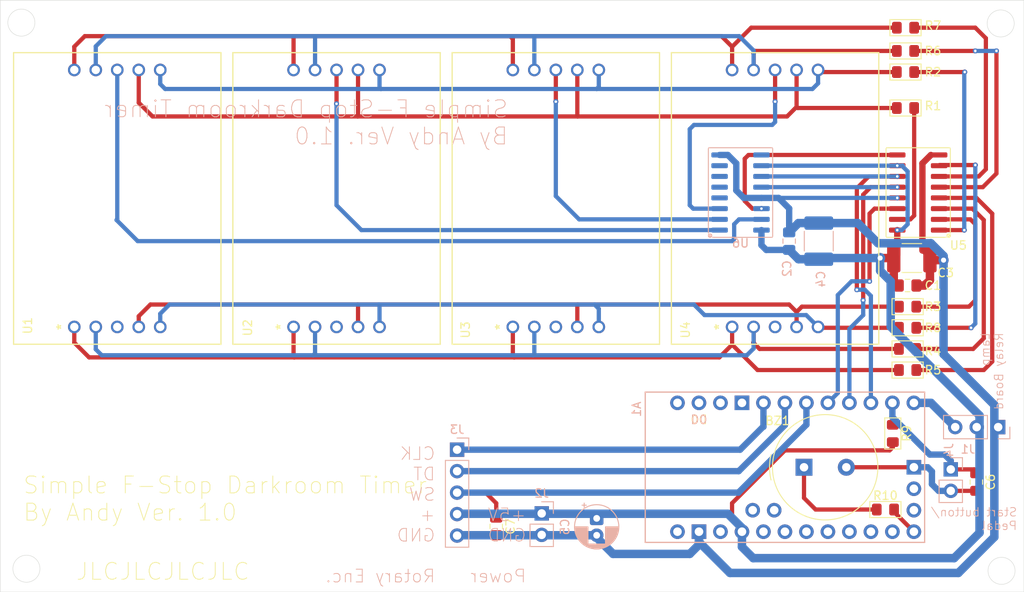
<source format=kicad_pcb>
(kicad_pcb (version 20241229) (generator "pcbnew") (generator_version "9.0")
  (layers (0 "F.Cu" signal) (2 "B.Cu" signal) (13 "F.Paste" user) (15 "B.Paste" user) (5 "F.SilkS" user "F.Silkscreen") (7 "B.SilkS" user "B.Silkscreen") (1 "F.Mask" user) (3 "B.Mask" user) (25 "Edge.Cuts" user))
  (net 0 "")
  (net 1 "Net-(U5-SER)")
  (net 3 "Net-(U5-RCLK)")
  (net 6 "GND")
  (net 17 "Net-(U5-SRCLK)")
  (net 18 "Net-(A1-D2_INT0)")
  (net 21 "Net-(A1-D3_INT1)")
  (net 23 "Net-(J1-Pin_1)")
  (net 24 "Net-(J3-SW)")
  (net 25 "+5V")
  (net 26 "Net-(U5-QA)")
  (net 27 "Net-(U1-a)")
  (net 28 "Net-(U1-b)")
  (net 29 "Net-(U5-QB)")
  (net 30 "Net-(U5-QC)")
  (net 31 "Net-(U1-c)")
  (net 32 "Net-(U5-QD)")
  (net 33 "Net-(U1-d)")
  (net 34 "Net-(U1-e)")
  (net 35 "Net-(U5-QE)")
  (net 36 "Net-(U1-f)")
  (net 37 "Net-(U5-QF)")
  (net 38 "Net-(U1-g)")
  (net 39 "Net-(U5-QG)")
  (net 40 "Net-(U5-QH)")
  (net 41 "Net-(U1-DP)")
  (net 42 "Net-(U6-QA)")
  (net 43 "Net-(U6-QB)")
  (net 44 "Net-(U6-QC)")
  (net 45 "Net-(U6-QD)")
  (net 46 "Net-(U5-QH')")
  (net 51 "Net-(BZ1--)")
  (net 53 "Net-(J4-Pin_3)")
  (net 54 "Net-(A1-D10_CS)")
  (net 60 "Net-(BZ1-+)")
  (footprint "Capacitor_SMD:C_1812_4532Metric_Pad1.57x3.40mm_HandSolder" (layer "F.Cu") (at 195.625 95.75)
    (property "Reference" "C3")
    (property "Value" "22uF")
  )
  (footprint "PCM_Package_SO_AKL:SOIC-16_3.9x9.9mm_P1.27mm" (layer "F.Cu") (at 196.375 88 180)
    (property "Reference" "U5")
    (property "Value" "74AHC595" (hide yes))
  )
  (footprint "PCM_Resistor_SMD_AKL:R_0805_2012Metric_Pad1.15x1.40mm_HandSolder" (layer "F.Cu") (at 194.875 78 180)
    (property "Reference" "R1")
    (property "Value" "330")
  )
  (footprint "footprints:SA10-21SRWA_KNB" (layer "F.Cu") (at 174.3824 103.89999 90)
    (property "Reference" "U4")
    (property "Value" "SA10-21SRWA")
  )
  (footprint "PCM_Resistor_SMD_AKL:R_0805_2012Metric_Pad1.15x1.40mm_HandSolder" (layer "F.Cu") (at 194.875 71.25 180)
    (property "Reference" "R6")
    (property "Value" "330")
  )
  (footprint "PCM_Resistor_SMD_AKL:R_0805_2012Metric_Pad1.15x1.40mm_HandSolder" (layer "F.Cu") (at 194.875 73.75 180)
    (property "Reference" "R2")
    (property "Value" "330")
  )
  (footprint "Buzzer_Beeper:Buzzer_TDK_PS1240P02BT_D12.2mm_H6.5mm" (layer "F.Cu") (at 182.879216 120.5)
    (property "Reference" "BZ1")
    (property "Value" "Buzzer")
  )
  (footprint "footprints:SA10-21SRWA_KNB" (layer "F.Cu") (at 148.465 103.89999 90)
    (property "Reference" "U3")
    (property "Value" "SA10-21SRWA")
  )
  (footprint "footprints:SA10-21SRWA_KNB" (layer "F.Cu") (at 96.6302 103.89999 90)
    (property "Reference" "U1")
    (property "Value" "SA10-21SRWA")
  )
  (footprint "footprints:SA10-21SRWA_KNB" (layer "F.Cu") (at 122.5476 103.89999 90)
    (property "Reference" "U2")
    (property "Value" "SA10-21SRWA")
  )
  (footprint "PCM_Resistor_SMD_AKL:R_0805_2012Metric_Pad1.15x1.40mm_HandSolder" (layer "F.Cu") (at 195.125 104 180)
    (property "Reference" "R8")
    (property "Value" "660")
  )
  (footprint "PCM_Resistor_SMD_AKL:R_0805_2012Metric_Pad1.15x1.40mm_HandSolder" (layer "F.Cu") (at 194.875 68.5 180)
    (property "Reference" "R7")
    (property "Value" "330")
  )
  (footprint "Capacitor_SMD:C_0805_2012Metric_Pad1.18x1.45mm_HandSolder" (layer "F.Cu") (at 203.25 122.25 -90)
    (property "Reference" "C6")
    (property "Value" "100nF")
  )
  (footprint "PCM_Resistor_SMD_AKL:R_0805_2012Metric_Pad1.15x1.40mm_HandSolder" (layer "F.Cu") (at 192.5 125.5)
    (property "Reference" "R10")
    (property "Value" "100")
  )
  (footprint "PCM_Resistor_SMD_AKL:R_0805_2012Metric_Pad1.15x1.40mm_HandSolder" (layer "F.Cu") (at 195.125 101.5 180)
    (property "Reference" "R3")
    (property "Value" "330")
  )
  (footprint "PCM_Resistor_SMD_AKL:R_0805_2012Metric_Pad1.15x1.40mm_HandSolder" (layer "F.Cu") (at 195.125 106.5 180)
    (property "Reference" "R4")
    (property "Value" "330")
  )
  (footprint "Capacitor_SMD:C_0805_2012Metric_Pad1.18x1.45mm_HandSolder" (layer "F.Cu") (at 195.125 99)
    (property "Reference" "C1")
    (property "Value" "100nF")
  )
  (footprint "PCM_Resistor_SMD_AKL:R_0805_2012Metric_Pad1.15x1.40mm_HandSolder" (layer "F.Cu") (at 193.375 116.5 -90)
    (property "Reference" "R9")
    (property "Value" "5K1")
  )
  (footprint "PCM_Resistor_SMD_AKL:R_0805_2012Metric_Pad1.15x1.40mm_HandSolder" (layer "F.Cu") (at 195.125 109 180)
    (property "Reference" "R5")
    (property "Value" "330")
  )
  (footprint "Capacitor_SMD:C_0805_2012Metric_Pad1.18x1.45mm_HandSolder" (layer "F.Cu") (at 146.5 127.5 -90)
    (property "Reference" "C7")
    (property "Value" "100nF")
  )
  (footprint "Connector_PinHeader_2.54mm:PinHeader_1x05_P2.54mm_Vertical" (layer "B.Cu") (at 141.875 118.42 180)
    (property "Reference" "J3")
    (property "Value" "Rotary Enc.")
  )
  (footprint "Connector_PinHeader_2.54mm:PinHeader_1x02_P2.54mm_Vertical" (layer "B.Cu") (at 151.875 125.96 180)
    (property "Reference" "J2")
    (property "Value" "Power")
  )
  (footprint "Connector_PinHeader_2.54mm:PinHeader_1x02_P2.54mm_Vertical" (layer "B.Cu") (at 200.225 120.75 180)
    (property "Reference" "J1")
    (property "Value" "Start Button")
  )
  (footprint "PCM_Package_SO_AKL:SOIC-16_3.9x9.9mm_P1.27mm" (layer "B.Cu") (at 175.375 88)
    (property "Reference" "U6")
    (property "Value" "74AHC595" (hide yes))
  )
  (footprint "Capacitor_SMD:C_0805_2012Metric_Pad1.18x1.45mm_HandSolder" (layer "B.Cu") (at 181.125 93.75 90)
    (property "Reference" "C2")
    (property "Value" "100nF")
  )
  (footprint "Connector_PinHeader_2.54mm:PinHeader_1x03_P2.54mm_Vertical" (layer "B.Cu") (at 205.83 115.75 90)
    (property "Reference" "J4")
    (property "Value" "LampRelayBoard")
  )
  (footprint "Capacitor_THT:CP_Radial_D5.0mm_P2.00mm" (layer "B.Cu") (at 158.375 126.544888 -90)
    (property "Reference" "C5")
    (property "Value" "100uF")
  )
  (footprint "PCM_arduino-library:Clone_Pro_Mini_Socket_NoSPH" (layer "B.Cu") (at 180.625 120.5 -90)
    (property "Reference" "A1")
    (property "Value" "Arduino_Pro_Mini")
  )
  (footprint "Capacitor_SMD:C_1812_4532Metric_Pad1.57x3.40mm_HandSolder" (layer "B.Cu") (at 184.625 93.75 90)
    (property "Reference" "C4")
    (property "Value" "22uF")
  )
  (gr_rect (start 87.875 65.25) (end 208.875 135.25) (stroke (width 0.05)) (fill no) (layer "Edge.Cuts"))
  (gr_circle (center 90.375 67.9) (end 91.975 67.9) (stroke (width 0.05)) (fill no) (layer "Edge.Cuts"))
  (gr_circle (center 206.125 68) (end 207.725 68) (stroke (width 0.05)) (fill no) (layer "Edge.Cuts"))
  (gr_circle (center 90.975 132.5) (end 92.575 132.5) (stroke (width 0.05)) (fill no) (layer "Edge.Cuts"))
  (gr_circle (center 206.225 132.75) (end 207.825 132.75) (stroke (width 0.05)) (fill no) (layer "Edge.Cuts"))
  (gr_text "Simple F-Stop Darkroom Timer\nBy Andy Ver. 1.0" (at 90.5 127 0) (layer "F.SilkS") (effects (font (size 2 2) (thickness 0.1)) (justify left bottom)))
  (gr_text "JLCJLCJLCJLC" (at 96.75 134 0) (layer "F.SilkS") (effects (font (size 2 2) (thickness 0.1)) (justify left bottom)))
  (gr_text "Lamp\nRelay Board" (at 206.5 104.5 90) (layer "B.SilkS") (effects (font (size 1 1) (thickness 0.1)) (justify left bottom mirror)))
  (gr_text "CLK\nDT\nSW\n+\nGND\n\nRotary Enc." (at 139.375 134.25 0) (layer "B.SilkS") (effects (font (size 1.5 1.5) (thickness 0.1)) (justify left bottom mirror)))
  (gr_text "+5V\nGND\n\nPower" (at 150.125 134.25 0) (layer "B.SilkS") (effects (font (size 1.5 1.5) (thickness 0.1)) (justify left bottom mirror)))
  (gr_text "Simple F-Stop Darkroom Timer\nBy Andy Ver. 1.0" (at 148 82.5 -0) (layer "B.SilkS") (effects (font (size 2 2) (thickness 0.1)) (justify left bottom mirror)))
  (gr_text "Start button/\nPedal" (at 208.125 128 0) (layer "B.SilkS") (effects (font (size 1 1) (thickness 0.1)) (justify left bottom mirror)))
  (segment (start 190.625 90.5) (end 191.22 89.905) (width 0.5) (layer "F.Cu") (net 1))
  (segment (start 190.625 98.5) (end 190.625 90.5) (width 0.5) (layer "F.Cu") (net 1))
  (segment (start 191.22 89.905) (end 193.9 89.905) (width 0.5) (layer "F.Cu") (net 1))
  (via (at 190.625 98.5) (size 0.6) (drill 0.3) (layers "F.Cu" "B.Cu") (net 1))
  (segment (start 186.875 100.125) (end 186.875 111.71) (width 0.5) (layer "B.Cu") (net 1))
  (segment (start 190.625 98.5) (end 188.5 98.5) (width 0.5) (layer "B.Cu") (net 1))
  (segment (start 188.5 98.5) (end 186.875 100.125) (width 0.5) (layer "B.Cu") (net 1))
  (segment (start 186.875 111.71) (end 185.705 112.88) (width 0.5) (layer "B.Cu") (net 1))
  (segment (start 189.865064 100.75) (end 189.875 100.740064) (width 0.5) (layer "F.Cu") (net 3))
  (segment (start 189.875 100.740064) (end 189.875 88.25) (width 0.5) (layer "F.Cu") (net 3))
  (segment (start 189.875 88.25) (end 190.76 87.365) (width 0.5) (layer "F.Cu") (net 3))
  (segment (start 190.76 87.365) (end 193.9 87.365) (width 0.5) (layer "F.Cu") (net 3))
  (via (at 193.9 87.365) (size 0.6) (drill 0.3) (layers "F.Cu" "B.Cu") (net 3))
  (via (at 189.865064 100.75) (size 0.6) (drill 0.3) (layers "F.Cu" "B.Cu") (net 3))
  (segment (start 189.875 102.5) (end 188.245 104.13) (width 0.5) (layer "B.Cu") (net 3))
  (segment (start 189.875 100.759936) (end 189.875 102.5) (width 0.5) (layer "B.Cu") (net 3))
  (segment (start 177.85 87.365) (end 193.9 87.365) (width 0.5) (layer "B.Cu") (net 3))
  (segment (start 189.865064 100.75) (end 189.875 100.759936) (width 0.5) (layer "B.Cu") (net 3))
  (segment (start 188.245 104.13) (end 188.245 112.88) (width 0.5) (layer "B.Cu") (net 3))
  (segment (start 196.875 94.8625) (end 197.7625 95.75) (width 0.5) (layer "F.Cu") (net 6))
  (segment (start 141.955 128.5) (end 141.875 128.58) (width 0.5) (layer "F.Cu") (net 6))
  (segment (start 197.7625 98.3875) (end 197.7625 95.75) (width 1) (layer "F.Cu") (net 6))
  (segment (start 199.375 96) (end 198.0125 96) (width 1) (layer "F.Cu") (net 6))
  (segment (start 197.125 99) (end 197.375 98.75) (width 1) (layer "F.Cu") (net 6))
  (segment (start 197.4 98.75) (end 197.7625 98.3875) (width 1) (layer "F.Cu") (net 6))
  (segment (start 146.5 128.5375) (end 146.4625 128.5) (width 0.5) (layer "F.Cu") (net 6))
  (segment (start 198.85 83.555) (end 197.875001 83.555) (width 0.5) (layer "F.Cu") (net 6))
  (segment (start 197.375 98.75) (end 197.4 98.75) (width 1) (layer "F.Cu") (net 6))
  (segment (start 196.1625 99) (end 197.125 99) (width 1) (layer "F.Cu") (net 6))
  (segment (start 146.4625 128.5) (end 141.955 128.5) (width 0.5) (layer "F.Cu") (net 6))
  (segment (start 198.0125 96) (end 197.7625 95.75) (width 1) (layer "F.Cu") (net 6))
  (segment (start 196.875 84.555001) (end 196.875 94.8625) (width 0.75) (layer "F.Cu") (net 6))
  (segment (start 197.875001 83.555) (end 196.875 84.555001) (width 0.75) (layer "F.Cu") (net 6))
  (via (at 199.375 96) (size 1.2) (drill 0.6) (layers "F.Cu" "B.Cu") (net 6))
  (via (at 193.9 88.635) (size 0.6) (drill 0.3) (layers "F.Cu" "B.Cu") (net 6))
  (segment (start 174.875 87.75) (end 174.875 84.555001) (width 0.75) (layer "B.Cu") (net 6))
  (segment (start 189.2375 91.6125) (end 184.625 91.6125) (width 1) (layer "B.Cu") (net 6))
  (segment (start 201.125 133) (end 205.375 128.75) (width 1) (layer "B.Cu") (net 6))
  (segment (start 174.875 84.555001) (end 173.874999 83.555) (width 0.75) (layer "B.Cu") (net 6))
  (segment (start 205.375 128.75) (end 205.375 113.125) (width 1) (layer "B.Cu") (net 6))
  (segment (start 175.76 88.635) (end 174.875 87.75) (width 0.75) (layer "B.Cu") (net 6))
  (segment (start 199.375 107.125) (end 199.375 96) (width 1) (layer "B.Cu") (net 6))
  (segment (start 177.85 88.635) (end 175.76 88.635) (width 0.75) (layer "B.Cu") (net 6))
  (segment (start 179.875 88.635) (end 181.125 89.885) (width 0.75) (layer "B.Cu") (net 6))
  (segment (start 170.465 128.12) (end 170.465 129.34) (width 1) (layer "B.Cu") (net 6))
  (segment (start 174.125 133) (end 201.125 133) (width 1) (layer "B.Cu") (net 6))
  (segment (start 141.915 128.54) (end 158.1 128.54) (width 1) (layer "B.Cu") (net 6))
  (segment (start 184.625 91.6125) (end 182.225 91.6125) (width 1) (layer "B.Cu") (net 6))
  (segment (start 158.1 128.54) (end 160.31 130.75) (width 1) (layer "B.Cu") (net 6))
  (segment (start 205.375 113.125) (end 199.375 107.125) (width 1) (layer "B.Cu") (net 6))
  (segment (start 197.875 94) (end 191.625 94) (width 1) (layer "B.Cu") (net 6))
  (segment (start 182.225 91.6125) (end 181.125 92.7125) (width 1) (layer "B.Cu") (net 6))
  (segment (start 181.125 89.885) (end 181.125 92.7125) (width 0.75) (layer "B.Cu") (net 6))
  (segment (start 191.625 94) (end 189.2375 91.6125) (width 1) (layer "B.Cu") (net 6))
  (segment (start 170.465 129.34) (end 174.125 133) (width 1) (layer "B.Cu") (net 6))
  (segment (start 199.375 96) (end 199.375 95.5) (width 1) (layer "B.Cu") (net 6))
  (segment (start 199.375 95.5) (end 197.875 94) (width 1) (layer "B.Cu") (net 6))
  (segment (start 173.874999 83.555) (end 172.9 83.555) (width 0.75) (layer "B.Cu") (net 6))
  (segment (start 170.465 129.66) (end 170.465 128.12) (width 1) (layer "B.Cu") (net 6))
  (segment (start 160.31 130.75) (end 169.375 130.75) (width 1) (layer "B.Cu") (net 6))
  (segment (start 169.375 130.75) (end 170.465 129.66) (width 1) (layer "B.Cu") (net 6))
  (segment (start 179.875 88.635) (end 177.85 88.635) (width 0.75) (layer "B.Cu") (net 6))
  (segment (start 193.9 88.635) (end 179.875 88.635) (width 0.5) (layer "B.Cu") (net 6))
  (segment (start 189.125 99.5) (end 189.125 87.5) (width 0.5) (layer "F.Cu") (net 17))
  (segment (start 189.125 87.5) (end 190.53 86.095) (width 0.5) (layer "F.Cu") (net 17))
  (segment (start 190.53 86.095) (end 193.9 86.095) (width 0.5) (layer "F.Cu") (net 17))
  (via (at 193.9 86.095) (size 0.6) (drill 0.3) (layers "F.Cu" "B.Cu") (net 17))
  (via (at 189.125 99.5) (size 0.6) (drill 0.3) (layers "F.Cu" "B.Cu") (net 17))
  (segment (start 189.125 99.5) (end 190.0625 99.5) (width 0.5) (layer "B.Cu") (net 17))
  (segment (start 193.9 86.095) (end 177.85 86.095) (width 0.5) (layer "B.Cu") (net 17))
  (segment (start 190.785 100.2225) (end 190.785 112.88) (width 0.5) (layer "B.Cu") (net 17))
  (segment (start 190.0625 99.5) (end 190.785 100.2225) (width 0.5) (layer "B.Cu") (net 17))
  (segment (start 175.33 118.42) (end 178.0625 115.6875) (width 0.75) (layer "B.Cu") (net 18))
  (segment (start 178.085 115.71) (end 178.085 112.88) (width 0.75) (layer "B.Cu") (net 18))
  (segment (start 178.0625 115.6875) (end 178.085 115.71) (width 0.75) (layer "B.Cu") (net 18))
  (segment (start 141.875 118.42) (end 175.33 118.42) (width 0.75) (layer "B.Cu") (net 18))
  (segment (start 141.875 120.96) (end 175.165 120.96) (width 0.75) (layer "B.Cu") (net 21))
  (segment (start 180.625 115.5) (end 180.625 112.88) (width 0.75) (layer "B.Cu") (net 21))
  (segment (start 175.165 120.96) (end 180.625 115.5) (width 0.75) (layer "B.Cu") (net 21))
  (segment (start 193.325 115.425) (end 193.375 115.475) (width 0.5) (layer "F.Cu") (net 23))
  (segment (start 203 120.75) (end 200.225 120.75) (width 0.5) (layer "F.Cu") (net 23))
  (segment (start 203.25 121.2125) (end 203.25 121) (width 0.5) (layer "F.Cu") (net 23))
  (segment (start 203.25 121) (end 203 120.75) (width 0.5) (layer "F.Cu") (net 23))
  (segment (start 193.325 112.88) (end 193.325 115.425) (width 0.5) (layer "F.Cu") (net 23))
  (segment (start 199.5 119) (end 197.75 119) (width 0.75) (layer "B.Cu") (net 23))
  (segment (start 200.225 120.75) (end 200.225 119.725) (width 0.75) (layer "B.Cu") (net 23))
  (segment (start 193.325 114.575) (end 193.325 112.88) (width 0.75) (layer "B.Cu") (net 23))
  (segment (start 197.75 119) (end 193.325 114.575) (width 0.75) (layer "B.Cu") (net 23))
  (segment (start 200.225 119.725) (end 199.5 119) (width 0.75) (layer "B.Cu") (net 23))
  (segment (start 146.5 124.75) (end 145.25 123.5) (width 0.5) (layer "F.Cu") (net 24))
  (segment (start 146.5 126.2125) (end 146.5 124.75) (width 0.5) (layer "F.Cu") (net 24))
  (segment (start 145.25 123.5) (end 141.875 123.5) (width 0.5) (layer "F.Cu") (net 24))
  (segment (start 183.165 115.46) (end 183.165 112.88) (width 0.75) (layer "B.Cu") (net 24))
  (segment (start 141.875 123.5) (end 175.125 123.5) (width 0.75) (layer "B.Cu") (net 24))
  (segment (start 175.125 123.5) (end 183.165 115.46) (width 0.75) (layer "B.Cu") (net 24))
  (segment (start 191.875 95.75) (end 193.4875 95.75) (width 1) (layer "F.Cu") (net 25))
  (segment (start 193.375 117.525) (end 193.375 118.125) (width 0.5) (layer "F.Cu") (net 25))
  (segment (start 193.4875 98.6125) (end 193.4875 95.75) (width 1) (layer "F.Cu") (net 25))
  (segment (start 193.9 92.445) (end 193.9 95.3375) (width 0.75) (layer "F.Cu") (net 25))
  (segment (start 193 118.5) (end 180.625 118.5) (width 0.5) (layer "F.Cu") (net 25))
  (segment (start 175.545 127.67) (end 175.545 128.12) (width 0.5) (layer "F.Cu") (net 25))
  (segment (start 174.375 126.5) (end 175.545 127.67) (width 0.5) (layer "F.Cu") (net 25))
  (segment (start 180.625 118.5) (end 174.375 124.75) (width 0.5) (layer "F.Cu") (net 25))
  (segment (start 193.875 99) (end 193.4875 98.6125) (width 1) (layer "F.Cu") (net 25))
  (segment (start 194.0875 99) (end 193.875 99) (width 1) (layer "F.Cu") (net 25))
  (segment (start 193.9 95.3375) (end 193.4875 95.75) (width 0.5) (layer "F.Cu") (net 25))
  (segment (start 174.375 124.75) (end 174.375 126.5) (width 0.5) (layer "F.Cu") (net 25))
  (segment (start 193.375 118.125) (end 193 118.5) (width 0.5) (layer "F.Cu") (net 25))
  (via (at 191.875 95.75) (size 1.2) (drill 0.6) (layers "F.Cu" "B.Cu") (net 25))
  (via (at 193.9 84.825) (size 0.6) (drill 0.3) (layers "F.Cu" "B.Cu") (net 25))
  (via (at 193.9 92.445) (size 0.6) (drill 0.3) (layers "F.Cu" "B.Cu") (net 25))
  (segment (start 175.545 129.92) (end 176.875 131.25) (width 1) (layer "B.Cu") (net 25))
  (segment (start 158.1 126) (end 141.915 126) (width 1) (layer "B.Cu") (net 25))
  (segment (start 195.125 91.75) (end 194.43 92.445) (width 0.5) (layer "B.Cu") (net 25))
  (segment (start 177.85 94.225) (end 178.4125 94.7875) (width 0.75) (layer "B.Cu") (net 25))
  (segment (start 194.55 84.825) (end 194.5 84.875) (width 0.5) (layer "B.Cu") (net 25))
  (segment (start 184.625 95.8875) (end 182.225 95.8875) (width 1) (layer "B.Cu") (net 25))
  (segment (start 193.9 84.825) (end 194.55 84.825) (width 0.5) (layer "B.Cu") (net 25))
  (segment (start 203.625 128.25) (end 203.625 114.375) (width 1) (layer "B.Cu") (net 25))
  (segment (start 194.5 84.875) (end 195.125 85.5) (width 0.5) (layer "B.Cu") (net 25))
  (segment (start 194.43 92.445) (end 193.9 92.445) (width 0.5) (layer "B.Cu") (net 25))
  (segment (start 203.625 114.375) (end 193.125 103.875) (width 1) (layer "B.Cu") (net 25))
  (segment (start 195.125 85.5) (end 195.125 91.75) (width 0.5) (layer "B.Cu") (net 25))
  (segment (start 193.125 103.875) (end 193.125 98.5) (width 1) (layer "B.Cu") (net 25))
  (segment (start 177.85 92.445) (end 177.85 94.225) (width 0.75) (layer "B.Cu") (net 25))
  (segment (start 173.875 126) (end 158.1 126) (width 1) (layer "B.Cu") (net 25))
  (segment (start 193.125 98.5) (end 191.875 97.25) (width 1) (layer "B.Cu") (net 25))
  (segment (start 175.545 128.12) (end 175.545 129.92) (width 1) (layer "B.Cu") (net 25))
  (segment (start 191.875 95.75) (end 184.7625 95.75) (width 1) (layer "B.Cu") (net 25))
  (segment (start 175.545 127.67) (end 173.875 126) (width 1) (layer "B.Cu") (net 25))
  (segment (start 184.7625 95.75) (end 184.625 95.8875) (width 1) (layer "B.Cu") (net 25))
  (segment (start 191.875 97.25) (end 191.875 95.75) (width 1) (layer "B.Cu") (net 25))
  (segment (start 176.875 131.25) (end 200.625 131.25) (width 1) (layer "B.Cu") (net 25))
  (segment (start 182.225 95.8875) (end 181.125 94.7875) (width 1) (layer "B.Cu") (net 25))
  (segment (start 175.545 128.12) (end 175.545 127.67) (width 1) (layer "B.Cu") (net 25))
  (segment (start 178.4125 94.7875) (end 181.125 94.7875) (width 0.75) (layer "B.Cu") (net 25))
  (segment (start 141.915 126) (end 141.875 126.04) (width 1) (layer "B.Cu") (net 25))
  (segment (start 193.9 84.825) (end 177.85 84.825) (width 0.5) (layer "B.Cu") (net 25))
  (segment (start 200.625 131.25) (end 203.625 128.25) (width 1) (layer "B.Cu") (net 25))
  (segment (start 195.45 91.175) (end 193.9 91.175) (width 0.5) (layer "F.Cu") (net 26))
  (segment (start 195.9 90.725) (end 195.45 91.175) (width 0.5) (layer "F.Cu") (net 26))
  (segment (start 195.9 78) (end 195.9 90.725) (width 0.5) (layer "F.Cu") (net 26))
  (segment (start 130.1676 78.9574) (end 130.125 79) (width 0.5) (layer "F.Cu") (net 27))
  (segment (start 182.0024 77.8726) (end 180.875 79) (width 0.5) (layer "F.Cu") (net 27))
  (segment (start 105.875 79) (end 130.125 79) (width 0.5) (layer "F.Cu") (net 27))
  (segment (start 130.125 79) (end 156.125 79) (width 0.5) (layer "F.Cu") (net 27))
  (segment (start 156.085 78.96) (end 156.125 79) (width 0.5) (layer "F.Cu") (net 27))
  (segment (start 182.0024 77.8726) (end 182.0024 73.5) (width 0.5) (layer "F.Cu") (net 27))
  (segment (start 180.875 79) (end 156.125 79) (width 0.5) (layer "F.Cu") (net 27))
  (segment (start 104.2502 73.5) (end 104.2502 77.3752) (width 0.5) (layer "F.Cu") (net 27))
  (segment (start 182.1298 78) (end 182.0024 77.8726) (width 0.5) (layer "F.Cu") (net 27))
  (segment (start 130.1676 73.5) (end 130.1676 78.9574) (width 0.5) (layer "F.Cu") (net 27))
  (segment (start 104.2502 77.3752) (end 105.875 79) (width 0.5) (layer "F.Cu") (net 27))
  (segment (start 193.85 78) (end 182.1298 78) (width 0.5) (layer "F.Cu") (net 27))
  (segment (start 156.085 73.5) (end 156.085 78.96) (width 0.5) (layer "F.Cu") (net 27))
  (segment (start 184.7924 73.75) (end 184.5424 73.5) (width 0.5) (layer "F.Cu") (net 28))
  (segment (start 193.85 73.75) (end 184.7924 73.75) (width 0.5) (layer "F.Cu") (net 28))
  (segment (start 132.7076 75.5826) (end 132.875 75.75) (width 0.5) (layer "B.Cu") (net 28))
  (segment (start 184.5424 75.0826) (end 184.5424 73.5) (width 0.5) (layer "B.Cu") (net 28))
  (segment (start 106.7902 73.5) (end 106.7902 75.1652) (width 0.5) (layer "B.Cu") (net 28))
  (segment (start 158.625 73.5) (end 158.625 75.5) (width 0.5) (layer "B.Cu") (net 28))
  (segment (start 132.7076 73.5) (end 132.7076 75.5826) (width 0.5) (layer "B.Cu") (net 28))
  (segment (start 107.375 75.75) (end 132.875 75.75) (width 0.5) (layer "B.Cu") (net 28))
  (segment (start 106.7902 75.1652) (end 107.375 75.75) (width 0.5) (layer "B.Cu") (net 28))
  (segment (start 158.625 75.5) (end 158.375 75.75) (width 0.5) (layer "B.Cu") (net 28))
  (segment (start 158.375 75.75) (end 183.875 75.75) (width 0.5) (layer "B.Cu") (net 28))
  (segment (start 132.875 75.75) (end 158.375 75.75) (width 0.5) (layer "B.Cu") (net 28))
  (segment (start 183.875 75.75) (end 184.5424 75.0826) (width 0.5) (layer "B.Cu") (net 28))
  (segment (start 198.85 92.445) (end 201.82 92.445) (width 0.5) (layer "F.Cu") (net 29))
  (segment (start 201.875 73.75) (end 195.9 73.75) (width 0.5) (layer "F.Cu") (net 29))
  (via (at 201.82 92.445) (size 0.6) (drill 0.3) (layers "F.Cu" "B.Cu") (net 29))
  (via (at 201.875 73.75) (size 0.6) (drill 0.3) (layers "F.Cu" "B.Cu") (net 29))
  (segment (start 201.875 73.75) (end 201.82 73.805) (width 0.5) (layer "B.Cu") (net 29))
  (segment (start 201.82 73.805) (end 201.82 92.445) (width 0.5) (layer "B.Cu") (net 29))
  (segment (start 198.85 91.175) (end 202.55 91.175) (width 0.5) (layer "F.Cu") (net 30))
  (segment (start 203.125 91.75) (end 203.125 100.75) (width 0.5) (layer "F.Cu") (net 30))
  (segment (start 203.125 100.75) (end 202.375 101.5) (width 0.5) (layer "F.Cu") (net 30))
  (segment (start 202.55 91.175) (end 203.125 91.75) (width 0.5) (layer "F.Cu") (net 30))
  (segment (start 202.375 101.5) (end 196.15 101.5) (width 0.5) (layer "F.Cu") (net 30))
  (segment (start 156.085 101.29) (end 156.125 101.25) (width 0.5) (layer "F.Cu") (net 31))
  (segment (start 156.085 103.89999) (end 156.085 101.29) (width 0.5) (layer "F.Cu") (net 31))
  (segment (start 104.2502 103.89999) (end 104.2502 102.6248) (width 0.5) (layer "F.Cu") (net 31))
  (segment (start 182.6298 101.5) (end 182.0024 102.1274) (width 0.5) (layer "F.Cu") (net 31))
  (segment (start 104.2502 102.6248) (end 105.625 101.25) (width 0.5) (layer "F.Cu") (net 31))
  (segment (start 156.125 101.25) (end 181.125 101.25) (width 0.5) (layer "F.Cu") (net 31))
  (segment (start 130.1676 103.89999) (end 130.1676 101.2926) (width 0.5) (layer "F.Cu") (net 31))
  (segment (start 182.0024 102.1274) (end 182.0024 103.89999) (width 0.5) (layer "F.Cu") (net 31))
  (segment (start 194.1 101.5) (end 182.6298 101.5) (width 0.5) (layer "F.Cu") (net 31))
  (segment (start 130.125 101.25) (end 156.125 101.25) (width 0.5) (layer "F.Cu") (net 31))
  (segment (start 105.625 101.25) (end 130.125 101.25) (width 0.5) (layer "F.Cu") (net 31))
  (segment (start 130.1676 101.2926) (end 130.125 101.25) (width 0.5) (layer "F.Cu") (net 31))
  (segment (start 181.125 101.25) (end 182.0024 102.1274) (width 0.5) (layer "F.Cu") (net 31))
  (segment (start 202.78 89.905) (end 204.125 91.25) (width 0.5) (layer "F.Cu") (net 32))
  (segment (start 204.125 105.25) (end 202.875 106.5) (width 0.5) (layer "F.Cu") (net 32))
  (segment (start 198.85 89.905) (end 202.78 89.905) (width 0.5) (layer "F.Cu") (net 32))
  (segment (start 204.125 91.25) (end 204.125 105.25) (width 0.5) (layer "F.Cu") (net 32))
  (segment (start 202.875 106.5) (end 196.15 106.5) (width 0.5) (layer "F.Cu") (net 32))
  (segment (start 176.875 105.75) (end 176.9224 105.7026) (width 0.5) (layer "F.Cu") (net 33))
  (segment (start 177.625 106.5) (end 176.875 105.75) (width 0.5) (layer "F.Cu") (net 33))
  (segment (start 176.9224 105.7026) (end 176.9224 103.89999) (width 0.5) (layer "F.Cu") (net 33))
  (segment (start 194.1 106.5) (end 177.625 106.5) (width 0.5) (layer "F.Cu") (net 33))
  (segment (start 176.125 107.25) (end 176.9224 106.4526) (width 0.5) (layer "B.Cu") (net 33))
  (segment (start 99.1702 103.89999) (end 99.1702 106.5452) (width 0.5) (layer "B.Cu") (net 33))
  (segment (start 125.0876 107.0374) (end 124.875 107.25) (width 0.5) (layer "B.Cu") (net 33))
  (segment (start 150.875 107.25) (end 176.125 107.25) (width 0.5) (layer "B.Cu") (net 33))
  (segment (start 124.875 107.25) (end 150.875 107.25) (width 0.5) (layer "B.Cu") (net 33))
  (segment (start 99.875 107.25) (end 124.875 107.25) (width 0.5) (layer "B.Cu") (net 33))
  (segment (start 151.005 103.89999) (end 151.005 107.12) (width 0.5) (layer "B.Cu") (net 33))
  (segment (start 151.005 107.12) (end 150.875 107.25) (width 0.5) (layer "B.Cu") (net 33))
  (segment (start 176.9224 106.4526) (end 176.9224 103.89999) (width 0.5) (layer "B.Cu") (net 33))
  (segment (start 125.0876 103.89999) (end 125.0876 107.0374) (width 0.5) (layer "B.Cu") (net 33))
  (segment (start 99.1702 106.5452) (end 99.875 107.25) (width 0.5) (layer "B.Cu") (net 33))
  (segment (start 98.375 107.5) (end 122.625 107.5) (width 0.5) (layer "F.Cu") (net 34))
  (segment (start 122.5476 107.4226) (end 122.625 107.5) (width 0.5) (layer "F.Cu") (net 34))
  (segment (start 148.465 107.34) (end 148.625 107.5) (width 0.5) (layer "F.Cu") (net 34))
  (segment (start 122.625 107.5) (end 148.625 107.5) (width 0.5) (layer "F.Cu") (net 34))
  (segment (start 148.625 107.5) (end 172.875 107.5) (width 0.5) (layer "F.Cu") (net 34))
  (segment (start 122.5476 103.89999) (end 122.5476 107.4226) (width 0.5) (layer "F.Cu") (net 34))
  (segment (start 148.465 103.89999) (end 148.465 107.34) (width 0.5) (layer "F.Cu") (net 34))
  (segment (start 96.6302 105.7552) (end 98.375 107.5) (width 0.5) (layer "F.Cu") (net 34))
  (segment (start 177.3898 109) (end 174.3824 105.9926) (width 0.5) (layer "F.Cu") (net 34))
  (segment (start 194.1 109) (end 177.3898 109) (width 0.5) (layer "F.Cu") (net 34))
  (segment (start 96.6302 103.89999) (end 96.6302 105.7552) (width 0.5) (layer "F.Cu") (net 34))
  (segment (start 172.875 107.5) (end 174.3824 105.9926) (width 0.5) (layer "F.Cu") (net 34))
  (segment (start 174.3824 105.9926) (end 174.3824 103.89999) (width 0.5) (layer "F.Cu") (net 34))
  (segment (start 203.26 88.635) (end 205.125 90.5) (width 0.5) (layer "F.Cu") (net 35))
  (segment (start 205.125 90.5) (end 205.125 108) (width 0.5) (layer "F.Cu") (net 35))
  (segment (start 204.125 109) (end 196.15 109) (width 0.5) (layer "F.Cu") (net 35))
  (segment (start 205.125 108) (end 204.125 109) (width 0.5) (layer "F.Cu") (net 35))
  (segment (start 198.85 88.635) (end 203.26 88.635) (width 0.5) (layer "F.Cu") (net 35))
  (segment (start 176.9224 71.5474) (end 176.9224 73.5) (width 0.5) (layer "F.Cu") (net 36))
  (segment (start 177.125 71.25) (end 176.875 71.5) (width 0.5) (layer "F.Cu") (net 36))
  (segment (start 176.875 71.5) (end 176.9224 71.5474) (width 0.5) (layer "F.Cu") (net 36))
  (segment (start 193.85 71.25) (end 177.125 71.25) (width 0.5) (layer "F.Cu") (net 36))
  (segment (start 150.875 69.5) (end 175.2198 69.5) (width 0.5) (layer "B.Cu") (net 36))
  (segment (start 125.0876 69.5374) (end 125.125 69.5) (width 0.5) (layer "B.Cu") (net 36))
  (segment (start 176.9224 71.2026) (end 176.9224 73.5) (width 0.5) (layer "B.Cu") (net 36))
  (segment (start 99.1702 70.7048) (end 100.375 69.5) (width 0.5) (layer "B.Cu") (net 36))
  (segment (start 151.005 73.5) (end 151.005 69.63) (width 0.5) (layer "B.Cu") (net 36))
  (segment (start 175.2198 69.5) (end 176.9224 71.2026) (width 0.5) (layer "B.Cu") (net 36))
  (segment (start 99.1702 73.5) (end 99.1702 70.7048) (width 0.5) (layer "B.Cu") (net 36))
  (segment (start 125.0876 73.5) (end 125.0876 69.5374) (width 0.5) (layer "B.Cu") (net 36))
  (segment (start 100.375 69.5) (end 125.125 69.5) (width 0.5) (layer "B.Cu") (net 36))
  (segment (start 125.125 69.5) (end 150.875 69.5) (width 0.5) (layer "B.Cu") (net 36))
  (segment (start 151.005 69.63) (end 150.875 69.5) (width 0.5) (layer "B.Cu") (net 36))
  (segment (start 204.01 87.365) (end 198.85 87.365) (width 0.5) (layer "F.Cu") (net 37))
  (segment (start 195.9 71.25) (end 203.125 71.25) (width 0.5) (layer "F.Cu") (net 37))
  (segment (start 205.625 71.25) (end 205.625 85.75) (width 0.5) (layer "F.Cu") (net 37))
  (segment (start 205.625 85.75) (end 204.01 87.365) (width 0.5) (layer "F.Cu") (net 37))
  (via (at 203.125 71.25) (size 0.6) (drill 0.3) (layers "F.Cu" "B.Cu") (net 37))
  (via (at 205.625 71.25) (size 0.6) (drill 0.3) (layers "F.Cu" "B.Cu") (net 37))
  (segment (start 203.125 71.25) (end 205.625 71.25) (width 0.5) (layer "B.Cu") (net 37))
  (segment (start 148.465 73.5) (end 148.465 69.84) (width 0.5) (layer "F.Cu") (net 38))
  (segment (start 96.6302 70.7448) (end 97.875 69.5) (width 0.5) (layer "F.Cu") (net 38))
  (segment (start 176.6398 68.5) (end 174.3824 70.7574) (width 0.5) (layer "F.Cu") (net 38))
  (segment (start 97.875 69.5) (end 122.375 69.5) (width 0.5) (layer "F.Cu") (net 38))
  (segment (start 173.125 69.5) (end 174.3824 70.7574) (width 0.5) (layer "F.Cu") (net 38))
  (segment (start 148.125 69.5) (end 173.125 69.5) (width 0.5) (layer "F.Cu") (net 38))
  (segment (start 96.6302 73.5) (end 96.6302 70.7448) (width 0.5) (layer "F.Cu") (net 38))
  (segment (start 122.375 69.5) (end 148.125 69.5) (width 0.5) (layer "F.Cu") (net 38))
  (segment (start 148.465 69.84) (end 148.125 69.5) (width 0.5) (layer "F.Cu") (net 38))
  (segment (start 193.85 68.5) (end 176.6398 68.5) (width 0.5) (layer "F.Cu") (net 38))
  (segment (start 122.5476 69.6726) (end 122.375 69.5) (width 0.5) (layer "F.Cu") (net 38))
  (segment (start 122.5476 73.5) (end 122.5476 69.6726) (width 0.5) (layer "F.Cu") (net 38))
  (segment (start 174.3824 70.7574) (end 174.3824 73.5) (width 0.5) (layer "F.Cu") (net 38))
  (segment (start 195.9 68.5) (end 203.125 68.5) (width 0.5) (layer "F.Cu") (net 39))
  (segment (start 204.375 69.75) (end 204.375 85.25) (width 0.5) (layer "F.Cu") (net 39))
  (segment (start 204.375 85.25) (end 203.53 86.095) (width 0.5) (layer "F.Cu") (net 39))
  (segment (start 203.53 86.095) (end 198.85 86.095) (width 0.5) (layer "F.Cu") (net 39))
  (segment (start 203.125 68.5) (end 204.375 69.75) (width 0.5) (layer "F.Cu") (net 39))
  (segment (start 203.125 84.75) (end 198.925 84.75) (width 0.5) (layer "F.Cu") (net 40))
  (segment (start 202.625 104) (end 196.15 104) (width 0.5) (layer "F.Cu") (net 40))
  (segment (start 198.925 84.75) (end 198.85 84.825) (width 0.5) (layer "F.Cu") (net 40))
  (via (at 203.125 84.75) (size 0.6) (drill 0.3) (layers "F.Cu" "B.Cu") (net 40))
  (via (at 202.625 104) (size 0.6) (drill 0.3) (layers "F.Cu" "B.Cu") (net 40))
  (segment (start 203.125 103.5) (end 203.125 84.75) (width 0.5) (layer "B.Cu") (net 40))
  (segment (start 202.625 104) (end 203.125 103.5) (width 0.5) (layer "B.Cu") (net 40))
  (segment (start 194.1 104) (end 184.64241 104) (width 0.5) (layer "F.Cu") (net 41))
  (segment (start 184.64241 104) (end 184.5424 103.89999) (width 0.5) (layer "F.Cu") (net 41))
  (segment (start 106.7902 102.3348) (end 107.875 101.25) (width 0.5) (layer "B.Cu") (net 41))
  (segment (start 132.7076 103.89999) (end 132.7076 101.3326) (width 0.5) (layer "B.Cu") (net 41))
  (segment (start 107.875 101.25) (end 132.625 101.25) (width 0.5) (layer "B.Cu") (net 41))
  (segment (start 132.625 101.25) (end 158.125 101.25) (width 0.5) (layer "B.Cu") (net 41))
  (segment (start 158.625 101.75) (end 158.125 101.25) (width 0.5) (layer "B.Cu") (net 41))
  (segment (start 158.625 103.89999) (end 158.625 101.75) (width 0.5) (layer "B.Cu") (net 41))
  (segment (start 169.875 101.25) (end 171.125 102.5) (width 0.5) (layer "B.Cu") (net 41))
  (segment (start 158.125 101.25) (end 169.875 101.25) (width 0.5) (layer "B.Cu") (net 41))
  (segment (start 171.125 102.5) (end 183.14241 102.5) (width 0.5) (layer "B.Cu") (net 41))
  (segment (start 183.14241 102.5) (end 184.5424 103.89999) (width 0.5) (layer "B.Cu") (net 41))
  (segment (start 106.7902 103.89999) (end 106.7902 102.3348) (width 0.5) (layer "B.Cu") (net 41))
  (segment (start 132.7076 101.3326) (end 132.625 101.25) (width 0.5) (layer "B.Cu") (net 41))
  (segment (start 104.125 93.75) (end 101.625 91.25) (width 0.5) (layer "B.Cu") (net 42))
  (segment (start 101.7102 91.1648) (end 101.7102 73.5) (width 0.5) (layer "B.Cu") (net 42))
  (segment (start 175.2 91.175) (end 174.625 91.75) (width 0.5) (layer "B.Cu") (net 42))
  (segment (start 177.85 91.175) (end 175.2 91.175) (width 0.5) (layer "B.Cu") (net 42))
  (segment (start 101.625 91.25) (end 101.7102 91.1648) (width 0.5) (layer "B.Cu") (net 42))
  (segment (start 174.625 91.75) (end 174.625 93.5) (width 0.5) (layer "B.Cu") (net 42))
  (segment (start 174.375 93.75) (end 104.125 93.75) (width 0.5) (layer "B.Cu") (net 42))
  (segment (start 174.625 93.5) (end 174.375 93.75) (width 0.5) (layer "B.Cu") (net 42))
  (segment (start 127.6276 77.4974) (end 127.625 77.5) (width 0.5) (layer "F.Cu") (net 43))
  (segment (start 127.6276 73.5) (end 127.6276 77.4974) (width 0.5) (layer "F.Cu") (net 43))
  (via (at 127.625 77.5) (size 0.6) (drill 0.3) (layers "F.Cu" "B.Cu") (net 43))
  (segment (start 172.9 92.445) (end 130.57 92.445) (width 0.5) (layer "B.Cu") (net 43))
  (segment (start 127.625 89.5) (end 130.57 92.445) (width 0.5) (layer "B.Cu") (net 43))
  (segment (start 127.625 89.5) (end 127.625 77.5) (width 0.5) (layer "B.Cu") (net 43))
  (segment (start 153.545 73.5) (end 153.545 77.25) (width 0.5) (layer "F.Cu") (net 44))
  (via (at 153.545 77.25) (size 0.6) (drill 0.3) (layers "F.Cu" "B.Cu") (net 44))
  (segment (start 153.545 77.25) (end 153.545 88.42) (width 0.5) (layer "B.Cu") (net 44))
  (segment (start 153.545 88.42) (end 156.3 91.175) (width 0.5) (layer "B.Cu") (net 44))
  (segment (start 156.3 91.175) (end 172.9 91.175) (width 0.5) (layer "B.Cu") (net 44))
  (segment (start 179.4624 73.5) (end 179.4624 77.25) (width 0.5) (layer "F.Cu") (net 45))
  (via (at 179.4624 77.25) (size 0.6) (drill 0.3) (layers "F.Cu" "B.Cu") (net 45))
  (segment (start 169.875 80) (end 179.125 80) (width 0.5) (layer "B.Cu") (net 45))
  (segment (start 169.375 89.5) (end 169.375 80.5) (width 0.5) (layer "B.Cu") (net 45))
  (segment (start 169.78 89.905) (end 169.375 89.5) (width 0.5) (layer "B.Cu") (net 45))
  (segment (start 179.4624 79.6626) (end 179.4624 77.25) (width 0.5) (layer "B.Cu") (net 45))
  (segment (start 169.375 80.5) (end 169.875 80) (width 0.5) (layer "B.Cu") (net 45))
  (segment (start 179.125 80) (end 179.4624 79.6626) (width 0.5) (layer "B.Cu") (net 45))
  (segment (start 172.9 89.905) (end 169.78 89.905) (width 0.5) (layer "B.Cu") (net 45))
  (segment (start 175.875 89) (end 176.78 89.905) (width 0.5) (layer "F.Cu") (net 46))
  (segment (start 176.32 83.555) (end 175.875 84) (width 0.5) (layer "F.Cu") (net 46))
  (segment (start 193.9 83.555) (end 176.32 83.555) (width 0.5) (layer "F.Cu") (net 46))
  (segment (start 176.78 89.905) (end 177.85 89.905) (width 0.5) (layer "F.Cu") (net 46))
  (segment (start 175.875 84) (end 175.875 89) (width 0.5) (layer "F.Cu") (net 46))
  (via (at 177.85 89.905) (size 0.6) (drill 0.3) (layers "F.Cu" "B.Cu") (net 46))
  (segment (start 203.2475 123.29) (end 203.25 123.2875) (width 0.5) (layer "F.Cu") (net 51))
  (segment (start 200.225 123.29) (end 203.2475 123.29) (width 0.5) (layer "F.Cu") (net 51))
  (segment (start 195.865 120.5) (end 187.879216 120.5) (width 0.5) (layer "F.Cu") (net 51))
  (segment (start 200.225 123.29) (end 198.79 123.29) (width 0.75) (layer "B.Cu") (net 51))
  (segment (start 198 122.5) (end 198 121) (width 0.75) (layer "B.Cu") (net 51))
  (segment (start 197.5 120.5) (end 195.865 120.5) (width 0.75) (layer "B.Cu") (net 51))
  (segment (start 198 121) (end 197.5 120.5) (width 0.75) (layer "B.Cu") (net 51))
  (segment (start 198.79 123.29) (end 198 122.5) (width 0.75) (layer "B.Cu") (net 51))
  (segment (start 197.88 112.88) (end 200.75 115.75) (width 1) (layer "B.Cu") (net 53))
  (segment (start 195.865 112.88) (end 197.88 112.88) (width 1) (layer "B.Cu") (net 53))
  (segment (start 193.525 125.78) (end 193.525 125.5) (width 0.2) (layer "F.Cu") (net 54))
  (segment (start 195.865 128.12) (end 193.525 125.78) (width 0.5) (layer "F.Cu") (net 54))
  (segment (start 184.25 125.5) (end 182.879216 124.129216) (width 0.5) (layer "F.Cu") (net 60))
  (segment (start 182.879216 124.129216) (end 182.879216 120.5) (width 0.5) (layer "F.Cu") (net 60))
  (segment (start 191.475 125.5) (end 184.25 125.5) (width 0.5) (layer "F.Cu") (net 60))
)
</source>
